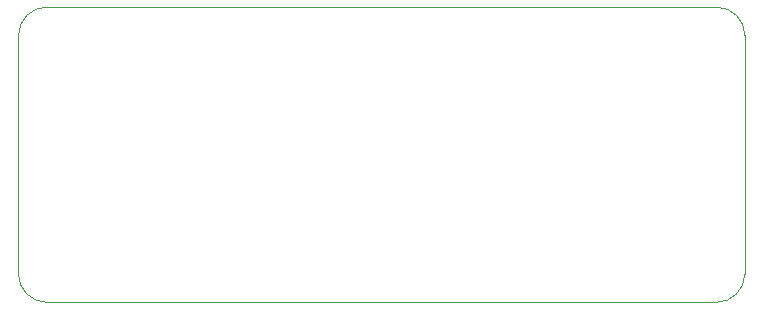
<source format=gbr>
G04 #@! TF.GenerationSoftware,KiCad,Pcbnew,5.1.4+dfsg1-1*
G04 #@! TF.CreationDate,2019-12-01T21:22:26+08:00*
G04 #@! TF.ProjectId,octolight,6f63746f-6c69-4676-9874-2e6b69636164,rev?*
G04 #@! TF.SameCoordinates,Original*
G04 #@! TF.FileFunction,Profile,NP*
%FSLAX46Y46*%
G04 Gerber Fmt 4.6, Leading zero omitted, Abs format (unit mm)*
G04 Created by KiCad (PCBNEW 5.1.4+dfsg1-1) date 2019-12-01 21:22:26*
%MOMM*%
%LPD*%
G04 APERTURE LIST*
%ADD10C,0.050000*%
G04 APERTURE END LIST*
D10*
X179750000Y-107100000D02*
G75*
G02X177350000Y-109500000I-2400000J0D01*
G01*
X177350000Y-84500000D02*
G75*
G02X179750000Y-86900000I0J-2400000D01*
G01*
X118250000Y-86900000D02*
G75*
G02X120650000Y-84500000I2400000J0D01*
G01*
X120650000Y-109500000D02*
G75*
G02X118250000Y-107100000I0J2400000D01*
G01*
X118250000Y-86900000D02*
X118250000Y-107100000D01*
X177350000Y-84500000D02*
X120650000Y-84500000D01*
X179750000Y-107100000D02*
X179750000Y-86900000D01*
X120650000Y-109500000D02*
X177350000Y-109500000D01*
M02*

</source>
